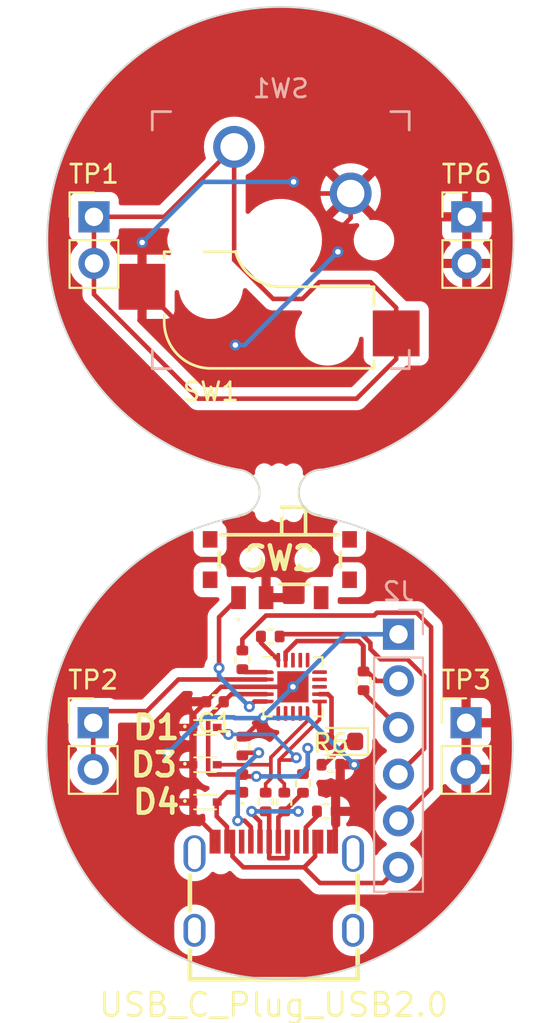
<source format=kicad_pcb>
(kicad_pcb (version 20221018) (generator pcbnew)
  (layers (0 "F.Cu" signal) (31 "B.Cu" signal) (34 "B.Paste" user) (35 "F.Paste" user) (36 "B.SilkS" user "B.Silkscreen") (37 "F.SilkS" user "F.Silkscreen") (38 "B.Mask" user) (39 "F.Mask" user) (44 "Edge.Cuts" user))
  (net 0 "")
  (net 1 "GND")
  (net 2 "/D-")
  (net 3 "+5VP")
  (net 4 "/D+")
  (net 5 "Net-(P1-CC2)")
  (net 6 "Net-(P1-CC1)")
  (net 9 "/PA3")
  (net 10 "/PA4")
  (net 11 "/PA5")
  (net 12 "/PA6")
  (net 13 "/PA7")
  (net 14 "/PB0")
  (net 15 "/PB1")
  (net 16 "/PB2")
  (net 17 "/PB5")
  (net 18 "/PC0")
  (net 19 "/PC1")
  (net 20 "/PC2")
  (net 21 "/PC3")
  (net 22 "/VIN")
  (net 23 "Net-(P1-D+-PadA6)")
  (net 24 "Net-(P1-D--PadA7)")
  (net 25 "/PA2 UART RX")
  (net 26 "/PA0 UPDI")
  (net 27 "/PA1 UART TX")
  (net 28 "Net-(J2-Pin_3)")
  (net 29 "Net-(J2-Pin_4)")
  (net 30 "Net-(D5-K)")
  (net 31 "Net-(J2-Pin_5)")
  (net 32 "Net-(TP1-Pin_1)")
  (net 33 "GND2")
  (footprint "Resistor_SMD:R_0402_1005Metric" (layer "F.Cu") (at 140.46 119.761)
    (fp_text reference "R3" hide)
    (fp_text value "1k")
    (fp_line (start -0.153641 -0.38) (end 0.153641 -0.38) (stroke (width 0.12)) (layer "F.SilkS"))
    (fp_line (start -0.153641 0.38) (end 0.153641 0.38) (stroke (width 0.12)) (layer "F.SilkS"))
    (pad "1" smd roundrect (at -0.51 0) (size 0.54 0.64) (layers "F.Cu" "F.Paste" "F.Mask") (net 27 "/PA1 UART TX"))
    (pad "2" smd roundrect (at 0.51 0) (size 0.54 0.64) (layers "F.Cu" "F.Paste" "F.Mask") (net 29 "Net-(J2-Pin_4)"))
  )
  (footprint "Resistor_SMD:R_0402_1005Metric" (layer "F.Cu") (at 142.24 127.762 -90)
    (fp_text reference "R7" hide)
    (fp_text value "1.5k")
    (fp_line (start -0.153641 -0.38) (end 0.153641 -0.38) (stroke (width 0.12)) (layer "F.SilkS"))
    (fp_line (start -0.153641 0.38) (end 0.153641 0.38) (stroke (width 0.12)) (layer "F.SilkS"))
    (pad "1" smd roundrect (at -0.51 0 270) (size 0.54 0.64) (layers "F.Cu" "F.Paste" "F.Mask") (net 3 "+5VP"))
    (pad "2" smd roundrect (at 0.51 0 270) (size 0.54 0.64) (layers "F.Cu" "F.Paste" "F.Mask") (net 24 "Net-(P1-D--PadA7)"))
  )
  (footprint "Capacitor_SMD:C_0402_1005Metric" (layer "F.Cu") (at 137.442 123.317 180)
    (fp_text reference "C1" (at 0 -1.16) (layer "F.SilkS"))
    (fp_text value "100n")
    (fp_line (start -0.107836 -0.36) (end 0.107836 -0.36) (stroke (width 0.12)) (layer "F.SilkS"))
    (fp_line (start -0.107836 0.36) (end 0.107836 0.36) (stroke (width 0.12)) (layer "F.SilkS"))
    (pad "1" smd roundrect (at -0.48 0 180) (size 0.56 0.62) (layers "F.Cu" "F.Paste" "F.Mask") (net 3 "+5VP"))
    (pad "2" smd roundrect (at 0.48 0 180) (size 0.56 0.62) (layers "F.Cu" "F.Paste" "F.Mask") (net 1 "GND"))
  )
  (footprint "Package_DFN_QFN:VQFN-20-1EP_3x3mm_P0.4mm_EP1.7x1.7mm" (layer "F.Cu") (at 141.694 122.502)
    (fp_text reference "U1" hide)
    (fp_text value "ATtiny416-M")
    (fp_line (start -1.61 1.61) (end -1.61 1.16) (stroke (width 0.12)) (layer "F.SilkS"))
    (fp_line (start -1.16 -1.61) (end -1.61 -1.61) (stroke (width 0.12)) (layer "F.SilkS"))
    (fp_line (start -1.16 1.61) (end -1.61 1.61) (stroke (width 0.12)) (layer "F.SilkS"))
    (fp_line (start 1.16 -1.61) (end 1.61 -1.61) (stroke (width 0.12)) (layer "F.SilkS"))
    (fp_line (start 1.16 1.61) (end 1.61 1.61) (stroke (width 0.12)) (layer "F.SilkS"))
    (fp_line (start 1.61 -1.61) (end 1.61 -1.16) (stroke (width 0.12)) (layer "F.SilkS"))
    (fp_line (start 1.61 1.61) (end 1.61 1.16) (stroke (width 0.12)) (layer "F.SilkS"))
    (pad "1" smd custom (at -1.45 -0.8) (size 0.143431 0.143431) (layers "F.Cu" "F.Paste" "F.Mask") (net 25 "/PA2 UART RX") (options (clearance outline) (anchor circle)) (primitives (gr_poly (pts (xy 0.35 0.000711) (xy 0.35 0.05) (xy -0.35 0.05) (xy -0.35 -0.05) (xy 0.299289 -0.05)) (width 0.1) (fill yes))))
    (pad "2" smd roundrect (at -1.45 -0.4) (size 0.8 0.2) (layers "F.Cu" "F.Paste" "F.Mask") (net 9 "/PA3"))
    (pad "3" smd roundrect (at -1.45 0) (size 0.8 0.2) (layers "F.Cu" "F.Paste" "F.Mask") (net 1 "GND"))
    (pad "4" smd roundrect (at -1.45 0.4) (size 0.8 0.2) (layers "F.Cu" "F.Paste" "F.Mask") (net 3 "+5VP"))
    (pad "5" smd custom (at -1.45 0.8) (size 0.143431 0.143431) (layers "F.Cu" "F.Paste" "F.Mask") (net 10 "/PA4") (options (clearance outline) (anchor circle)) (primitives (gr_poly (pts (xy 0.35 -0.000711) (xy 0.299289 0.05) (xy -0.35 0.05) (xy -0.35 -0.05) (xy 0.35 -0.05)) (width 0.1) (fill yes))))
    (pad "6" smd custom (at -0.8 1.45) (size 0.143431 0.143431) (layers "F.Cu" "F.Paste" "F.Mask") (net 11 "/PA5") (options (clearance outline) (anchor circle)) (primitives (gr_poly (pts (xy 0.05 0.35) (xy -0.05 0.35) (xy -0.05 -0.299289) (xy 0.000711 -0.35) (xy 0.05 -0.35)) (width 0.1) (fill yes))))
    (pad "7" smd roundrect (at -0.4 1.45) (size 0.2 0.8) (layers "F.Cu" "F.Paste" "F.Mask") (net 12 "/PA6"))
    (pad "8" smd roundrect (at 0 1.45) (size 0.2 0.8) (layers "F.Cu" "F.Paste" "F.Mask") (net 13 "/PA7"))
    (pad "9" smd roundrect (at 0.4 1.45) (size 0.2 0.8) (layers "F.Cu" "F.Paste" "F.Mask") (net 17 "/PB5"))
    (pad "10" smd custom (at 0.8 1.45) (size 0.143431 0.143431) (layers "F.Cu" "F.Paste" "F.Mask") (net 4 "/D+") (options (clearance outline) (anchor circle)) (primitives (gr_poly (pts (xy 0.05 -0.299289) (xy 0.05 0.35) (xy -0.05 0.35) (xy -0.05 -0.35) (xy -0.000711 -0.35)) (width 0.1) (fill yes))))
    (pad "11" smd custom (at 1.45 0.8) (size 0.143431 0.143431) (layers "F.Cu" "F.Paste" "F.Mask") (net 2 "/D-") (options (clearance outline) (anchor circle)) (primitives (gr_poly (pts (xy 0.35 0.05) (xy -0.299289 0.05) (xy -0.35 -0.000711) (xy -0.35 -0.05) (xy 0.35 -0.05)) (width 0.1) (fill yes))))
    (pad "12" smd roundrect (at 1.45 0.4) (size 0.8 0.2) (layers "F.Cu" "F.Paste" "F.Mask") (net 16 "/PB2"))
    (pad "13" smd roundrect (at 1.45 0) (size 0.8 0.2) (layers "F.Cu" "F.Paste" "F.Mask") (net 15 "/PB1"))
    (pad "14" smd roundrect (at 1.45 -0.4) (size 0.8 0.2) (layers "F.Cu" "F.Paste" "F.Mask") (net 14 "/PB0"))
    (pad "15" smd custom (at 1.45 -0.8) (size 0.143431 0.143431) (layers "F.Cu" "F.Paste" "F.Mask") (net 18 "/PC0") (options (clearance outline) (anchor circle)) (primitives (gr_poly (pts (xy 0.35 0.05) (xy -0.35 0.05) (xy -0.35 0.000711) (xy -0.299289 -0.05) (xy 0.35 -0.05)) (width 0.1) (fill yes))))
    (pad "16" smd custom (at 0.8 -1.45) (size 0.143431 0.143431) (layers "F.Cu" "F.Paste" "F.Mask") (net 19 "/PC1") (options (clearance outline) (anchor circle)) (primitives (gr_poly (pts (xy 0.05 0.299289) (xy -0.000711 0.35) (xy -0.05 0.35) (xy -0.05 -0.35) (xy 0.05 -0.35)) (width 0.1) (fill yes))))
    (pad "17" smd roundrect (at 0.4 -1.45) (size 0.2 0.8) (layers "F.Cu" "F.Paste" "F.Mask") (net 20 "/PC2"))
    (pad "18" smd roundrect (at 0 -1.45) (size 0.2 0.8) (layers "F.Cu" "F.Paste" "F.Mask") (net 21 "/PC3"))
    (pad "19" smd roundrect (at -0.4 -1.45) (size 0.2 0.8) (layers "F.Cu" "F.Paste" "F.Mask") (net 26 "/PA0 UPDI"))
    (pad "20" smd custom (at -0.8 -1.45) (size 0.143431 0.143431) (layers "F.Cu" "F.Paste" "F.Mask") (net 27 "/PA1 UART TX") (options (clearance outline) (anchor circle)) (primitives (gr_poly (pts (xy 0.05 0.35) (xy 0.000711 0.35) (xy -0.05 0.299289) (xy -0.05 -0.35) (xy 0.05 -0.35)) (width 0.1) (fill yes))))
    (pad "21" smd rect (at 0 0) (size 1.7 1.7) (layers "F.Cu" "F.Mask") (net 1 "GND"))
  )
  (footprint "Resistor_SMD:R_0402_1005Metric" (layer "F.Cu") (at 141.224 128.776 90)
    (fp_text reference "R8" hide)
    (fp_text value "68")
    (fp_line (start -0.153641 -0.38) (end 0.153641 -0.38) (stroke (width 0.12)) (layer "F.SilkS"))
    (fp_line (start -0.153641 0.38) (end 0.153641 0.38) (stroke (width 0.12)) (layer "F.SilkS"))
    (pad "1" smd roundrect (at -0.51 0 90) (size 0.54 0.64) (layers "F.Cu" "F.Paste" "F.Mask") (net 24 "Net-(P1-D--PadA7)"))
    (pad "2" smd roundrect (at 0.51 0 90) (size 0.54 0.64) (layers "F.Cu" "F.Paste" "F.Mask") (net 2 "/D-"))
  )
  (footprint "panelization:mouse-bite-2.54mm-slot" (layer "F.Cu") (at 140.932 111.93)
    (fp_text reference "H2" hide)
    (fp_text value "MountingHole" hide)
    (fp_arc (start -2.33 -1.27) (mid -1.06 0) (end -2.33 1.27) (stroke (width 0.1)) (layer "F.SilkS"))
    (fp_arc (start 2.33 1.27) (mid 1.06 0) (end 2.33 -1.27) (stroke (width 0.1)) (layer "F.SilkS"))
    (pad "" np_thru_hole circle (at -0.8 -1.1) (size 0.5 0.5) (drill 0.5) (layers "*.Cu" "*.Mask"))
    (pad "" np_thru_hole circle (at -0.8 1.1) (size 0.5 0.5) (drill 0.5) (layers "*.Cu" "*.Mask"))
    (pad "" np_thru_hole circle (at 0 -1.1) (size 0.5 0.5) (drill 0.5) (layers "F&B.Cu" "*.Mask"))
    (pad "" np_thru_hole circle (at 0 1.1) (size 0.5 0.5) (drill 0.5) (layers "*.Cu" "*.Mask"))
    (pad "" np_thru_hole circle (at 0.8 -1.1) (size 0.5 0.5) (drill 0.5) (layers "*.Cu" "*.Mask"))
    (pad "" np_thru_hole circle (at 0.8 1.1) (size 0.5 0.5) (drill 0.5) (layers "*.Cu" "*.Mask"))
  )
  (footprint "Diode_SMD:D_0402_1005Metric" (layer "F.Cu") (at 138.938 127.762 90)
    (fp_text reference "D2" hide)
    (fp_text value "D_Schottky")
    (fp_circle (center -1.09 0) (end -1.04 0) (stroke (width 0.1)) (fill none) (layer "F.SilkS"))
    (pad "1" smd roundrect (at -0.485 0 90) (size 0.59 0.64) (layers "F.Cu" "F.Paste" "F.Mask") (net 22 "/VIN"))
    (pad "2" smd roundrect (at 0.485 0 90) (size 0.59 0.64) (layers "F.Cu" "F.Paste" "F.Mask") (net 3 "+5VP"))
  )
  (footprint "Resistor_SMD:R_0402_1005Metric" (layer "F.Cu") (at 143.762 126.746)
    (fp_text reference "R6" (at 0 -1.17) (layer "F.SilkS"))
    (fp_text value "500")
    (fp_line (start -0.153641 -0.38) (end 0.153641 -0.38) (stroke (width 0.12)) (layer "F.SilkS"))
    (fp_line (start -0.153641 0.38) (end 0.153641 0.38) (stroke (width 0.12)) (layer "F.SilkS"))
    (pad "1" smd roundrect (at -0.51 0) (size 0.54 0.64) (layers "F.Cu" "F.Paste" "F.Mask") (net 30 "Net-(D5-K)"))
    (pad "2" smd roundrect (at 0.51 0) (size 0.54 0.64) (layers "F.Cu" "F.Paste" "F.Mask") (net 1 "GND"))
  )
  (footprint "SamacSys:LESD5D50CT1G" (layer "F.Cu") (at 136.906 126.746)
    (fp_text reference "D3" (at -2.794 0) (layer "F.SilkS") (effects (font (size 1.27 1.27) (thickness 0.254))))
    (fp_text value "LESD5D5.0CT1G" hide)
    (fp_line (start -1.1 -0.1) (end -1.1 -0.1) (stroke (width 0.1)) (layer "F.SilkS"))
    (fp_line (start -1.1 0) (end -1.1 0) (stroke (width 0.1)) (layer "F.SilkS"))
    (fp_line (start -0.6 -0.4) (end 0.6 -0.4) (stroke (width 0.1)) (layer "F.SilkS"))
    (fp_line (start -0.6 0.4) (end 0.6 0.4) (stroke (width 0.1)) (layer "F.SilkS"))
    (fp_arc (start -1.1 -0.1) (mid -1.05 -0.05) (end -1.1 0) (stroke (width 0.1)) (layer "F.SilkS"))
    (fp_arc (start -1.1 0) (mid -1.15 -0.05) (end -1.1 -0.1) (stroke (width 0.1)) (layer "F.SilkS"))
    (pad "1" smd rect (at -0.66 0 90) (size 0.4 0.48) (layers "F.Cu" "F.Paste" "F.Mask") (net 1 "GND"))
    (pad "2" smd rect (at 0.66 0 90) (size 0.4 0.48) (layers "F.Cu" "F.Paste" "F.Mask") (net 4 "/D+"))
  )
  (footprint "Resistor_SMD:R_0402_1005Metric" (layer "F.Cu") (at 140.208 128.776 90)
    (fp_text reference "R9" hide)
    (fp_text value "68")
    (fp_line (start -0.153641 -0.38) (end 0.153641 -0.38) (stroke (width 0.12)) (layer "F.SilkS"))
    (fp_line (start -0.153641 0.38) (end 0.153641 0.38) (stroke (width 0.12)) (layer "F.SilkS"))
    (pad "1" smd roundrect (at -0.51 0 90) (size 0.54 0.64) (layers "F.Cu" "F.Paste" "F.Mask") (net 23 "Net-(P1-D+-PadA6)"))
    (pad "2" smd roundrect (at 0.51 0 90) (size 0.54 0.64) (layers "F.Cu" "F.Paste" "F.Mask") (net 4 "/D+"))
  )
  (footprint "Resistor_SMD:R_0402_1005Metric" (layer "F.Cu") (at 138.938 121.033 90)
    (fp_text reference "R4" hide)
    (fp_text value "1k")
    (fp_line (start -0.153641 -0.38) (end 0.153641 -0.38) (stroke (width 0.12)) (layer "F.SilkS"))
    (fp_line (start -0.153641 0.38) (end 0.153641 0.38) (stroke (width 0.12)) (layer "F.SilkS"))
    (pad "1" smd roundrect (at -0.51 0 90) (size 0.54 0.64) (layers "F.Cu" "F.Paste" "F.Mask") (net 25 "/PA2 UART RX"))
    (pad "2" smd roundrect (at 0.51 0 90) (size 0.54 0.64) (layers "F.Cu" "F.Paste" "F.Mask") (net 31 "Net-(J2-Pin_5)"))
  )
  (footprint "Connector_PinHeader_2.54mm:PinHeader_1x02_P2.54mm_Vertical" (layer "F.Cu") (at 151.17 96.901)
    (fp_text reference "TP6" (at 0 -2.33) (layer "F.SilkS"))
    (fp_text value "TestPoint")
    (fp_line (start -1.33 -1.33) (end 0 -1.33) (stroke (width 0.12)) (layer "F.SilkS"))
    (fp_line (start -1.33 0) (end -1.33 -1.33) (stroke (width 0.12)) (layer "F.SilkS"))
    (fp_line (start -1.33 1.27) (end -1.33 3.87) (stroke (width 0.12)) (layer "F.SilkS"))
    (fp_line (start -1.33 1.27) (end 1.33 1.27) (stroke (width 0.12)) (layer "F.SilkS"))
    (fp_line (start -1.33 3.87) (end 1.33 3.87) (stroke (width 0.12)) (layer "F.SilkS"))
    (fp_line (start 1.33 1.27) (end 1.33 3.87) (stroke (width 0.12)) (layer "F.SilkS"))
    (pad "1" thru_hole rect (at 0 0) (size 1.7 1.7) (drill 1) (layers "*.Cu" "*.Mask") (net 33 "GND2"))
    (pad "2" thru_hole oval (at 0 2.54) (size 1.7 1.7) (drill 1) (layers "*.Cu" "*.Mask") (net 33 "GND2"))
  )
  (footprint "Connector_PinHeader_2.54mm:PinHeader_1x02_P2.54mm_Vertical" (layer "F.Cu") (at 130.85 96.901)
    (fp_text reference "TP1" (at 0 -2.33) (layer "F.SilkS"))
    (fp_text value "TestPoint")
    (fp_line (start -1.33 -1.33) (end 0 -1.33) (stroke (width 0.12)) (layer "F.SilkS"))
    (fp_line (start -1.33 0) (end -1.33 -1.33) (stroke (width 0.12)) (layer "F.SilkS"))
    (fp_line (start -1.33 1.27) (end -1.33 3.87) (stroke (width 0.12)) (layer "F.SilkS"))
    (fp_line (start -1.33 1.27) (end 1.33 1.27) (stroke (width 0.12)) (layer "F.SilkS"))
    (fp_line (start -1.33 3.87) (end 1.33 3.87) (stroke (width 0.12)) (layer "F.SilkS"))
    (fp_line (start 1.33 1.27) (end 1.33 3.87) (stroke (width 0.12)) (layer "F.SilkS"))
    (pad "1" thru_hole rect (at 0 0) (size 1.7 1.7) (drill 1) (layers "*.Cu" "*.Mask") (net 32 "Net-(TP1-Pin_1)"))
    (pad "2" thru_hole oval (at 0 2.54) (size 1.7 1.7) (drill 1) (layers "*.Cu" "*.Mask") (net 32 "Net-(TP1-Pin_1)"))
  )
  (footprint "LED_SMD:LED_0603_1608Metric" (layer "F.Cu") (at 144.2975 125.476 180)
    (fp_text reference "D5" hide)
    (fp_text value "LED")
    (fp_line (start -1.485 -0.735) (end -1.485 0.735) (stroke (width 0.12)) (layer "F.SilkS"))
    (fp_line (start -1.485 0.735) (end 0.8 0.735) (stroke (width 0.12)) (layer "F.SilkS"))
    (fp_line (start 0.8 -0.735) (end -1.485 -0.735) (stroke (width 0.12)) (layer "F.SilkS"))
    (pad "1" smd roundrect (at -0.7875 0 180) (size 0.875 0.95) (layers "F.Cu" "F.Paste" "F.Mask") (net 30 "Net-(D5-K)"))
    (pad "2" smd roundrect (at 0.7875 0 180) (size 0.875 0.95) (layers "F.Cu" "F.Paste" "F.Mask") (net 16 "/PB2"))
  )
  (footprint "Connector_PinHeader_2.54mm:PinHeader_1x02_P2.54mm_Vertical" (layer "F.Cu") (at 130.81 124.46)
    (fp_text reference "TP2" (at 0 -2.33) (layer "F.SilkS"))
    (fp_text value "TestPoint")
    (fp_line (start -1.33 -1.33) (end 0 -1.33) (stroke (width 0.12)) (layer "F.SilkS"))
    (fp_line (start -1.33 0) (end -1.33 -1.33) (stroke (width 0.12)) (layer "F.SilkS"))
    (fp_line (start -1.33 1.27) (end -1.33 3.87) (stroke (width 0.12)) (layer "F.SilkS"))
    (fp_line (start -1.33 1.27) (end 1.33 1.27) (stroke (width 0.12)) (layer "F.SilkS"))
    (fp_line (start -1.33 3.87) (end 1.33 3.87) (stroke (width 0.12)) (layer "F.SilkS"))
    (fp_line (start 1.33 1.27) (end 1.33 3.87) (stroke (width 0.12)) (layer "F.SilkS"))
    (pad "1" thru_hole rect (at 0 0) (size 1.7 1.7) (drill 1) (layers "*.Cu" "*.Mask") (net 9 "/PA3"))
    (pad "2" thru_hole oval (at 0 2.54) (size 1.7 1.7) (drill 1) (layers "*.Cu" "*.Mask") (net 9 "/PA3"))
  )
  (footprint "Resistor_SMD:R_0402_1005Metric" (layer "F.Cu") (at 138.938 125.728 -90)
    (fp_text reference "R2" hide)
    (fp_text value "5.1k")
    (fp_line (start -0.153641 -0.38) (end 0.153641 -0.38) (stroke (width 0.12)) (layer "F.SilkS"))
    (fp_line (start -0.153641 0.38) (end 0.153641 0.38) (stroke (width 0.12)) (layer "F.SilkS"))
    (pad "1" smd roundrect (at -0.51 0 270) (size 0.54 0.64) (layers "F.Cu" "F.Paste" "F.Mask") (net 1 "GND"))
    (pad "2" smd roundrect (at 0.51 0 270) (size 0.54 0.64) (layers "F.Cu" "F.Paste" "F.Mask") (net 6 "Net-(P1-CC1)"))
  )
  (footprint "Connector_PinHeader_2.54mm:PinHeader_1x02_P2.54mm_Vertical" (layer "F.Cu") (at 151.13 124.46)
    (fp_text reference "TP3" (at 0 -2.33) (layer "F.SilkS"))
    (fp_text value "TestPoint")
    (fp_line (start -1.33 -1.33) (end 0 -1.33) (stroke (width 0.12)) (layer "F.SilkS"))
    (fp_line (start -1.33 0) (end -1.33 -1.33) (stroke (width 0.12)) (layer "F.SilkS"))
    (fp_line (start -1.33 1.27) (end -1.33 3.87) (stroke (width 0.12)) (layer "F.SilkS"))
    (fp_line (start -1.33 1.27) (end 1.33 1.27) (stroke (width 0.12)) (layer "F.SilkS"))
    (fp_line (start -1.33 3.87) (end 1.33 3.87) (stroke (width 0.12)) (layer "F.SilkS"))
    (fp_line (start 1.33 1.27) (end 1.33 3.87) (stroke (width 0.12)) (layer "F.SilkS"))
    (pad "1" thru_hole rect (at 0 0) (size 1.7 1.7) (drill 1) (layers "*.Cu" "*.Mask") (net 1 "GND"))
    (pad "2" thru_hole oval (at 0 2.54) (size 1.7 1.7) (drill 1) (layers "*.Cu" "*.Mask") (net 1 "GND"))
  )
  (footprint "SamacSys:TA3524AA" (layer "F.Cu") (at 140.98 115.57)
    (fp_text reference "SW2" (at 0 -0.075) (layer "F.SilkS") (effects (font (size 1.27 1.27) (thickness 0.254))))
    (fp_text value "SW_SPST" hide)
    (fp_line (start -3.3 -0.4) (end -3.3 0.4) (stroke (width 0.2)) (layer "F.SilkS"))
    (fp_line (start -3.2 -1.35) (end 3.2 -1.35) (stroke (width 0.2)) (layer "F.SilkS"))
    (fp_line (start -2.25 3.212) (end -2.25 3.212) (stroke (width 0.1)) (layer "F.SilkS"))
    (fp_line (start -2.25 3.312) (end -2.25 3.312) (stroke (width 0.1)) (layer "F.SilkS"))
    (fp_line (start 0 1.35) (end 1.6 1.35) (stroke (width 0.2)) (layer "F.SilkS"))
    (fp_line (start 0.1 -2.85) (end 1.4 -2.85) (stroke (width 0.2)) (layer "F.SilkS"))
    (fp_line (start 0.1 -1.4) (end 0.1 -2.85) (stroke (width 0.2)) (layer "F.SilkS"))
    (fp_line (start 1.4 -2.85) (end 1.4 -1.35) (stroke (width 0.2)) (layer "F.SilkS"))
    (fp_line (start 3.3 -0.4) (end 3.3 0.4) (stroke (width 0.2)) (layer "F.SilkS"))
    (fp_arc (start -2.25 3.212) (mid -2.2 3.262) (end -2.25 3.312) (stroke (width 0.1)) (layer "F.SilkS"))
    (fp_arc (start -2.25 3.312) (mid -2.3 3.262) (end -2.25 3.212) (stroke (width 0.1)) (layer "F.SilkS"))
    (pad "" np_thru_hole circle (at -1.5 0) (size 0.9 0.9) (drill 0.9) (layers "*.Cu" "*.Mask"))
    (pad "" np_thru_hole circle (at 1.5 0) (size 0.9 0.9) (drill 0.9) (layers "*.Cu" "*.Mask"))
    (pad "1" smd rect (at -2.25 2.075) (size 0.8 1.25) (layers "F.Cu" "F.Paste" "F.Mask") (net 10 "/PA4"))
    (pad "2" smd rect (at -0.75 2.075) (size 0.8 1.25) (layers "F.Cu" "F.Paste" "F.Mask") (net 1 "GND"))
    (pad "3" smd rect (at 2.25 2.075) (size 0.8 1.25) (layers "F.Cu" "F.Paste" "F.Mask"))
    (pad "MP1" smd rect (at -3.8 1.1) (size 0.8 0.9) (layers "F.Cu" "F.Paste" "F.Mask"))
    (pad "MP2" smd rect (at 3.8 1.1) (size 0.8 0.9) (layers "F.Cu" "F.Paste" "F.Mask"))
    (pad "MP3" smd rect (at -3.8 -1.1) (size 0.8 0.9) (layers "F.Cu" "F.Paste" "F.Mask"))
    (pad "MP4" smd rect (at 3.8 -1.1) (size 0.8 0.9) (layers "F.Cu" "F.Paste" "F.Mask"))
  )
  (footprint "SamacSys:LESD5D50CT1G" (layer "F.Cu") (at 136.906 128.778)
    (fp_text reference "D4" (at -2.667 0) (layer "F.SilkS") (effects (font (size 1.27 1.27) (thickness 0.254))))
    (fp_text value "LESD5D5.0CT1G" hide)
    (fp_line (start -1.1 -0.1) (end -1.1 -0.1) (stroke (width 0.1)) (layer "F.SilkS"))
    (fp_line (start -1.1 0) (end -1.1 0) (stroke (width 0.1)) (layer "F.SilkS"))
    (fp_line (start -0.6 -0.4) (end 0.6 -0.4) (stroke (width 0.1)) (layer "F.SilkS"))
    (fp_line (start -0.6 0.4) (end 0.6 0.4) (stroke (width 0.1)) (layer "F.SilkS"))
    (fp_arc (start -1.1 -0.1) (mid -1.05 -0.05) (end -1.1 0) (stroke (width 0.1)) (layer "F.SilkS"))
    (fp_arc (start -1.1 0) (mid -1.15 -0.05) (end -1.1 -0.1) (stroke (width 0.1)) (layer "F.SilkS"))
    (pad "1" smd rect (at -0.66 0 90) (size 0.4 0.48) (layers "F.Cu" "F.Paste" "F.Mask") (net 1 "GND"))
    (pad "2" smd rect (at 0.66 0 90) (size 0.4 0.48) (layers "F.Cu" "F.Paste" "F.Mask") (net 22 "/VIN"))
  )
  (footprint "Resistor_SMD:R_0402_1005Metric" (layer "F.Cu") (at 143.512 129.286 180)
    (fp_text reference "R1" hide)
    (fp_text value "5.1k")
    (fp_line (start -0.153641 -0.38) (end 0.153641 -0.38) (stroke (width 0.12)) (layer "F.SilkS"))
    (fp_line (start -0.153641 0.38) (end 0.153641 0.38) (stroke (width 0.12)) (layer "F.SilkS"))
    (pad "1" smd roundrect (at -0.51 0 180) (size 0.54 0.64) (layers "F.Cu" "F.Paste" "F.Mask") (net 1 "GND"))
    (pad "2" smd roundrect (at 0.51 0 180) (size 0.54 0.64) (layers "F.Cu" "F.Paste" "F.Mask") (net 5 "Net-(P1-CC2)"))
  )
  (footprint "usbc:USB-C-SMD_KH-TYPE-C-16P" (layer "F.Cu") (at 140.65 133.35)
    (fp_text reference "P1" hide)
    (fp_text value "USB_C_Plug_USB2.0" (at 0 6.477) (layer "F.SilkS") (effects (font (size 1.27 1.27))))
    (fp_line (start -4.572 -0.573) (end -4.572 1.323) (stroke (width 0.254)) (layer "F.SilkS"))
    (fp_line (start -4.572 3.507) (end -4.572 5.08) (stroke (width 0.254)) (layer "F.SilkS"))
    (fp_line (start -4.572 5.08) (end 4.572 5.08) (stroke (width 0.254)) (layer "F.SilkS"))
    (fp_line (start 4.572 1.323) (end 4.572 -0.573) (stroke (width 0.254)) (layer "F.SilkS"))
    (fp_line (start 4.572 5.08) (end 4.572 3.507) (stroke (width 0.254)) (layer "F.SilkS"))
    (pad "" np_thru_hole circle (at -2.89 -1.235) (size 0.7 0.7) (drill 0.7) (layers "*.Cu" "*.Mask"))
    (pad "" np_thru_hole circle (at 2.89 -1.235) (size 0.7 0.7) (drill 0.7) (layers "*.Cu" "*.Mask"))
    (pad "1" thru_hole oval (at -4.32 -1.765) (size 1.2 2) (drill oval 0.7 1.7) (layers "*.Cu" "*.Paste" "*.Mask"))
    (pad "2" thru_hole oval (at 4.32 -1.765) (size 1.2 2) (drill oval 0.7 1.7) (layers "*.Cu" "*.Paste" "*.Mask"))
    (pad "3" thru_hole oval (at -4.32 2.415) (size 1.2 1.8) (drill oval 0.7 1.4) (layers "*.Cu" "*.Paste" "*.Mask"))
    (pad "4" thru_hole oval (at 4.32 2.415) (size 1.2 1.8) (drill oval 0.7 1.4) (layers "*.Cu" "*.Paste" "*.Mask"))
    (pad "A1" smd rect (at -3.35 -2.415) (size 0.3 1.3) (layers "F.Cu" "F.Paste" "F.Mask") (net 1 "GND"))
    (pad "A4" smd rect (at -2.55 -2.415) (size 0.3 1.3) (layers "F.Cu" "F.Paste" "F.Mask") (net 22 "/VIN"))
    (pad "A5" smd rect (at -1.25 -2.415) (size 0.3 1.3) (layers "F.Cu" "F.Paste" "F.Mask") (net 6 "Net-(P1-CC1)"))
    (pad "A6" smd rect (at -0.25 -2.415) (size 0.3 1.3) (layers "F.Cu" "F.Paste" "F.Mask") (net 23 "Net-(P1-D+-PadA6)"))
    (pad "A7" smd rect (at 0.25 -2.415) (size 0.3 1.3) (layers "F.Cu" "F.Paste" "F.Mask") (net 24 "Net-(P1-D--PadA7)"))
    (pad "A8" smd rect (at 1.25 -2.415) (size 0.3 1.3) (layers "F.Cu" "F.Paste" "F.Mask"))
    (pad "A9" smd rect (at 2.55 -2.415) (size 0.3 1.3) (layers "F.Cu" "F.Paste" "F.Mask") (net 22 "/VIN"))
    (pad "A12" smd rect (at 3.35 -2.415) (size 0.3 1.3) (layers "F.Cu" "F.Paste" "F.Mask") (net 1 "GND"))
    (pad "B1" smd rect (at 3.05 -2.415) (size 0.3 1.3) (layers "F.Cu" "F.Paste" "F.Mask") (net 1 "GND"))
    (pad "B4" smd rect (at 2.25 -2.415) (size 0.3 1.3) (layers "F.Cu" "F.Paste" "F.Mask") (net 22 "/VIN"))
    (pad "B5" smd rect (at 1.75 -2.415) (size 0.3 1.3) (layers "F.Cu" "F.Paste" "F.Mask") (net 5 "Net-(P1-CC2)"))
    (pad "B6" smd rect (at 0.75 -2.415) (size 0.3 1.3) (layers "F.Cu" "F.Paste" "F.Mask") (net 23 "Net-(P1-D+-PadA6)"))
    (pad "B7" smd rect (at -0.75 -2.415) (size 0.3 1.3) (layers "F.Cu" "F.Paste" "F.Mask") (net 24 "Net-(P1-D--PadA7)"))
    (pad "B8" smd rect (at -1.75 -2.415) (size 0.3 1.3) (layers "F.Cu" "F.Paste" "F.Mask"))
    (pad "B9" smd rect (at -2.25 -2.415) (size 0.3 1.3) (layers "F.Cu" "F.Paste" "F.Mask") (net 22 "/VIN"))
    (pad "B12" smd rect (at -3.05 -2.415) (size 0.3 1.3) (layers "F.Cu" "F.Paste" "F.Mask") (net 1 "GND"))
  )
  (footprint "SamacSys:LESD5D50CT1G" (layer "F.Cu") (at 136.906 124.714)
    (fp_text reference "D1" (at -2.667 0) (layer "F.SilkS") (effects (font (size 1.27 1.27) (thickness 0.254))))
    (fp_text value "LESD5D5.0CT1G" hide)
    (fp_line (start -1.1 -0.1) (end -1.1 -0.1) (stroke (width 0.1)) (layer "F.SilkS"))
    (fp_line (start -1.1 0) (end -1.1 0) (stroke (width 0.1)) (layer "F.SilkS"))
    (fp_line (start -0.6 -0.4) (end 0.6 -0.4) (stroke (width 0.1)) (layer "F.SilkS"))
    (fp_line (start -0.6 0.4) (end 0.6 0.4) (stroke (width 0.1)) (layer "F.SilkS"))
    (fp_arc (start -1.1 -0.1) (mid -1.05 -0.05) (end -1.1 0) (stroke (width 0.1)) (layer "F.SilkS"))
    (fp_arc (start -1.1 0) (mid -1.15 -0.05) (end -1.1 -0.1) (stroke (width 0.1)) (layer "F.SilkS"))
    (pad "1" smd rect (at -0.66 0 90) (size 0.4 0.48) (layers "F.Cu" "F.Paste" "F.Mask") (net 1 "GND"))
    (pad "2" smd rect (at 0.66 0 90) (size 0.4 0.48) (layers "F.Cu" "F.Paste" "F.Mask") (net 2 "/D-"))
  )
  (footprint "Resistor_SMD:R_0402_1005Metric" (layer "F.Cu") (at 145.542 122.176 -90)
    (fp_text reference "R5" hide)
    (fp_text value "4.7k")
    (fp_line (start -0.153641 -0.38) (end 0.153641 -0.38) (stroke (width 0.12)) (layer "F.SilkS"))
    (fp_line (start -0.153641 0.38) (end 0.153641 0.38) (stroke (width 0.12)) (layer "F.SilkS"))
    (pad "1" smd roundrect (at -0.51 0 270) (size 0.54 0.64) (layers "F.Cu" "F.Paste" "F.Mask") (net 26 "/PA0 UPDI"))
    (pad "2" smd roundrect (at 0.51 0 270) (size 0.54 0.64) (layers "F.Cu" "F.Paste" "F.Mask") (net 28 "Net-(J2-Pin_3)"))
  )
  (footprint "keyswitches:Kailh_socket_MX_optional" (layer "B.Cu") (at 141.03 98.171 180)
    (fp_text reference "SW1" (at 0 8.255) (layer "B.SilkS") (effects (justify mirror)))
    (fp_text value "SW_Push")
    (fp_text user "${REFERENCE}" (at 3.81 -8.255) (layer "F.SilkS"))
    (fp_line (start -7 -7) (end -7 -6) (stroke (width 0.15)) (layer "B.SilkS"))
    (fp_line (start -7 -7) (end -6 -7) (stroke (width 0.15)) (layer "B.SilkS"))
    (fp_line (start -7 6) (end -7 7) (stroke (width 0.15)) (layer "B.SilkS"))
    (fp_line (start -6 7) (end -7 7) (stroke (width 0.15)) (layer "B.SilkS"))
    (fp_line (start 6 -7) (end 7 -7) (stroke (width 0.15)) (layer "B.SilkS"))
    (fp_line (start 7 -6) (end 7 -7) (stroke (width 0.15)) (layer "B.SilkS"))
    (fp_line (start 7 7) (end 6 7) (stroke (width 0.15)) (layer "B.SilkS"))
    (fp_line (start 7 7) (end 7 6) (stroke (width 0.15)) (layer "B.SilkS"))
    (fp_line (start -5.08 -6.985) (end 3.81 -6.985) (stroke (width 0.15)) (layer "F.SilkS"))
    (fp_line (start -5.08 -6.604) (end -5.08 -6.985) (stroke (width 0.15)) (layer "F.SilkS"))
    (fp_line (start -5.08 -2.54) (end -5.08 -3.556) (stroke (width 0.15)) (layer "F.SilkS"))
    (fp_line (start 0 -2.54) (end -5.08 -2.54) (stroke (width 0.15)) (layer "F.SilkS"))
    (fp_line (start 4.191 -0.635) (end 2.54 -0.635) (stroke (width 0.15)) (layer "F.SilkS"))
    (fp_line (start 6.35 -4.445) (end 6.35 -4.064) (stroke (width 0.15)) (layer "F.SilkS"))
    (fp_line (start 6.35 -1.016) (end 6.35 -0.635) (stroke (width 0.15)) (layer "F.SilkS"))
    (fp_line (start 6.35 -0.635) (end 5.969 -0.635) (stroke (width 0.15)) (layer "F.SilkS"))
    (fp_arc (start 0 -2.54) (mid 1.563147 -2.002042) (end 2.464162 -0.61604) (stroke (width 0.15)) (layer "F.SilkS"))
    (fp_arc (start 3.81 -6.985) (mid 5.606051 -6.241051) (end 6.35 -4.445) (stroke (width 0.15)) (layer "F.SilkS"))
    (pad "" np_thru_hole circle (at -5.08 0 180) (size 1.7018 1.7018) (drill 1.7018) (layers "*.Cu" "*.Mask"))
    (pad "" np_thru_hole circle (at -2.54 -5.08 180) (size 3 3) (drill 3) (layers "*.Cu" "*.Mask"))
    (pad "" np_thru_hole circle (at 0 0 180) (size 3.9878 3.9878) (drill 3.9878) (layers "*.Cu" "*.Mask"))
    (pad "" np_thru_hole circle (at 3.81 -2.54 180) (size 3 3) (drill 3) (layers "*.Cu" "*.Mask"))
    (pad "" np_thru_hole circle (at 5.08 0 180) (size 1.7018 1.7018) (drill 1.7018) (layers "*.Cu" "*.Mask"))
    (pad "1" smd rect (at -6.29 -5.08 180) (size 2.55 2.5) (layers "F.Cu" "F.Paste" "F.Mask") (net 32 "Net-(TP1-Pin_1)"))
    (pad "1" thru_hole circle (at 2.54 5.08 180) (size 2.286 2.286) (drill 1.4986) (layers "*.Cu" "*.Mask") (net 32 "Net-(TP1-Pin_1)"))
    (pad "2" thru_hole circle (at -3.81 2.54 180) (size 2.286 2.286) (drill 1.4986) (layers "*.Cu" "*.Mask") (net 33 "GND2"))
    (pad "2" smd rect (at 7.56 -2.54 180) (size 2.55 2.5) (layers "F.Cu" "F.Paste" "F.Mask") (net 33 "GND2"))
  )
  (footprint "Connector_PinHeader_2.54mm:PinHeader_1x06_P2.54mm_Vertical" (layer "B.Cu") (at 147.447 119.639 180)
    (fp_text reference "J2" (at 0 2.33) (layer "B.SilkS") (effects (justify mirror)))
    (fp_text value "Conn_01x05")
    (fp_line (start -1.33 -14.03) (end 1.33 -14.03) (stroke (width 0.12)) (layer "B.SilkS"))
    (fp_line (start -1.33 -1.27) (end -1.33 -14.03) (stroke (width 0.12)) (layer "B.SilkS"))
    (fp_line (start -1.33 -1.27) (end 1.33 -1.27) (stroke (width 0.12)) (layer "B.SilkS"))
    (fp_line (start -1.33 0) (end -1.33 1.33) (stroke (width 0.12)) (layer "B.SilkS"))
    (fp_line (start -1.33 1.33) (end 0 1.33) (stroke (width 0.12)) (layer "B.SilkS"))
    (fp_line (start 1.33 -1.27) (end 1.33 -14.03) (stroke (width 0.12)) (layer "B.SilkS"))
    (pad "1" thru_hole rect (at 0 0 180) (size 1.7 1.7) (drill 1) (layers "*.Cu" "*.Mask") (net 1 "GND"))
    (pad "2" thru_hole oval (at 0 -2.54 180) (size 1.7 1.7) (drill 1) (layers "*.Cu" "*.Mask") (net 26 "/PA0 UPDI"))
    (pad "3" thru_hole oval (at 0 -5.08 180) (size 1.7 1.7) (drill 1) (layers "*.Cu" "*.Mask") (net 28 "Net-(J2-Pin_3)"))
    (pad "4" thru_hole oval (at 0 -7.62 180) (size 1.7 1.7) (drill 1) (layers "*.Cu" "*.Mask") (net 29 "Net-(J2-Pin_4)"))
    (pad "5" thru_hole oval (at 0 -10.16 180) (size 1.7 1.7) (drill 1) (layers "*.Cu" "*.Mask") (net 31 "Net-(J2-Pin_5)"))
    (pad "6" thru_hole oval (at 0 -12.7 180) (size 1.7 1.7) (drill 1) (layers "*.Cu" "*.Mask") (net 22 "/VIN"))
  )
  (gr_arc (start 138.800347 110.677297) (mid 139.879361 111.934753) (end 138.755945 113.152703) (stroke (width 0.1)) (layer "Edge.Cuts"))
  (gr_arc (start 153.67 125.73) (mid 140.97 138.43) (end 128.27 125.73) (stroke (width 0.1)) (layer "Edge.Cuts"))
  (gr_arc (start 153.71 98.171) (mid 150.740836 106.331933) (end 143.22168 110.676937) (stroke (width 0.1)) (layer "Edge.Cuts"))
  (gr_arc (start 143.177074 113.223249) (mid 150.699333 117.567275) (end 153.67 125.73) (stroke (width 0.1)) (layer "Edge.Cuts"))
  (gr_arc (start 143.181719 113.146105) (mid 142.020223 111.8924) (end 143.22168 110.676938) (stroke (width 0.1)) (layer "Edge.Cuts"))
  (gr_arc (start 138.800347 110.677296) (mid 131.279825 106.332722) (end 128.31 98.171) (stroke (width 0.1)) (layer "Edge.Cuts"))
  (gr_arc (start 128.31 98.171) (mid 141.01 85.471) (end 153.71 98.171) (stroke (width 0.1)) (layer "Edge.Cuts"))
  (gr_arc (start 128.27 125.73) (mid 131.240667 117.567275) (end 138.762926 113.223249) (stroke (width 0.1)) (layer "Edge.Cuts"))
  (gr_line (start 143.177074 113.223249) (end 143.181719 113.146105) (stroke (width 0.1)) (layer "Edge.Cuts"))
  (gr_line (start 138.762926 113.223249) (end 138.755945 113.152703) (stroke (width 0.1)) (layer "Edge.Cuts"))
  (segment (start 144 129.308) (end 144.022 129.286) (width 0.25) (layer "F.Cu") (net 1))
  (segment (start 139.059657 125.218) (end 140.082823 124.194834) (width 0.25) (layer "F.Cu") (net 1))
  (segment (start 137.777 122.502) (end 140.244 122.502) (width 0.25) (layer "F.Cu") (net 1))
  (segment (start 144 130.935) (end 144 129.308) (width 0.25) (layer "F.Cu") (net 1))
  (segment (start 137.6 130.935) (end 137.539 130.935) (width 0.25) (layer "F.Cu") (net 1))
  (segment (start 136.246 129.381) (end 136.246 128.778) (width 0.25) (layer "F.Cu") (net 1))
  (segment (start 144.272 126.746) (end 145.034 126.746) (width 0.25) (layer "F.Cu") (net 1))
  (segment (start 138.938 125.218) (end 139.059657 125.218) (width 0.25) (layer "F.Cu") (net 1))
  (segment (start 137.3 130.435) (end 136.246 129.381) (width 0.25) (layer "F.Cu") (net 1))
  (segment (start 136.246 124.033) (end 136.246 124.714) (width 0.25) (layer "F.Cu") (net 1))
  (segment (start 140.244 122.502) (end 141.694 122.502) (width 0.25) (layer "F.Cu") (net 1))
  (segment (start 136.962 123.317) (end 136.246 124.033) (width 0.25) (layer "F.Cu") (net 1))
  (segment (start 137.3 130.935) (end 137.3 130.435) (width 0.25) (layer "F.Cu") (net 1))
  (segment (start 137.6 130.935) (end 137.3 130.935) (width 0.25) (layer "F.Cu") (net 1))
  (segment (start 141.694 122.502) (end 141.694029 122.502029) (width 0.25) (layer "F.Cu") (net 1))
  (segment (start 136.962 123.317) (end 137.777 122.502) (width 0.25) (layer "F.Cu") (net 1))
  (via (at 145.034 126.746) (size 0.6) (drill 0.3) (layers "F.Cu" "B.Cu") (net 1))
  (via (at 140.082823 124.194834) (size 0.6) (drill 0.3) (layers "F.Cu" "B.Cu") (net 1))
  (via (at 141.694029 122.502029) (size 0.6) (drill 0.3) (layers "F.Cu" "B.Cu") (net 1))
  (via (at 134.874 126.111) (size 0.6) (drill 0.3) (layers "F.Cu" "B.Cu") (net 1))
  (segment (start 144.557058 119.639) (end 141.694029 122.502029) (width 0.25) (layer "B.Cu") (net 1))
  (segment (start 141.694029 122.502029) (end 140.082823 124.113235) (width 0.25) (layer "B.Cu") (net 1))
  (segment (start 140.082823 124.113235) (end 140.082823 124.194834) (width 0.25) (layer "B.Cu") (net 1))
  (segment (start 145.034 126.746) (end 142.482834 124.194834) (width 0.25) (layer "B.Cu") (net 1))
  (segment (start 142.482834 124.194834) (end 140.082823 124.194834) (width 0.25) (layer "B.Cu") (net 1))
  (segment (start 134.874 126.111) (end 136.823002 124.161998) (width 0.25) (layer "B.Cu") (net 1))
  (segment (start 147.447 119.639) (end 144.557058 119.639) (width 0.25) (layer "B.Cu") (net 1))
  (segment (start 138.523041 124.206) (end 140.071657 124.206) (width 0.25) (layer "B.Cu") (net 1))
  (segment (start 138.479041 124.161998) (end 138.523041 124.206) (width 0.25) (layer "B.Cu") (net 1))
  (segment (start 140.071657 124.206) (end 140.082823 124.194834) (width 0.25) (layer "B.Cu") (net 1))
  (segment (start 136.823002 124.161998) (end 138.479041 124.161998) (width 0.25) (layer "B.Cu") (net 1))
  (segment (start 140.941 126.746) (end 140.941 126.490028) (width 0.2) (layer "F.Cu") (net 2))
  (segment (start 143.144 124.287028) (end 143.144 123.302) (width 0.2) (layer "F.Cu") (net 2))
  (segment (start 137.947 125.095) (end 138.175962 125.095) (width 0.2) (layer "F.Cu") (net 2))
  (segment (start 140.941 127.502999) (end 140.941 126.746) (width 0.2) (layer "F.Cu") (net 2))
  (segment (start 140.941 126.490028) (end 141.750036 126.490028) (width 0.2) (layer "F.Cu") (net 2))
  (segment (start 141.224 127.785999) (end 140.941 127.502999) (width 0.2) (layer "F.Cu") (net 2))
  (segment (start 137.566 124.714) (end 137.947 125.095) (width 0.2) (layer "F.Cu") (net 2))
  (segment (start 141.750036 126.490028) (end 141.875064 126.365) (width 0.2) (layer "F.Cu") (net 2))
  (segment (start 141.224 128.266) (end 141.224 127.785999) (width 0.2) (layer "F.Cu") (net 2))
  (segment (start 140.941 126.490028) (end 143.144 124.287028) (width 0.2) (layer "F.Cu") (net 2))
  (via (at 141.875064 126.365) (size 0.6) (drill 0.3) (layers "F.Cu" "B.Cu") (net 2))
  (via (at 138.175962 125.095) (size 0.6) (drill 0.3) (layers "F.Cu" "B.Cu") (net 2))
  (segment (start 140.605064 125.095) (end 141.875064 126.365) (width 0.2) (layer "B.Cu") (net 2))
  (segment (start 138.175962 125.095) (end 140.605064 125.095) (width 0.2) (layer "B.Cu") (net 2))
  (segment (start 139.7 127.381) (end 139.042 127.381) (width 0.25) (layer "F.Cu") (net 3))
  (segment (start 137.074 127.198) (end 137.074 124.165) (width 0.25) (layer "F.Cu") (net 3))
  (segment (start 137.074 124.165) (end 137.922 123.317) (width 0.25) (layer "F.Cu") (net 3))
  (segment (start 137.153 127.277) (end 137.074 127.198) (width 0.25) (layer "F.Cu") (net 3))
  (segment (start 138.337 122.902) (end 137.922 123.317) (width 0.25) (layer "F.Cu") (net 3))
  (segment (start 138.938 127.277) (end 137.153 127.277) (width 0.25) (layer "F.Cu") (net 3))
  (segment (start 142.500068 126.991932) (end 142.500068 125.850932) (width 0.25) (layer "F.Cu") (net 3))
  (segment (start 142.24 127.252) (end 142.500068 126.991932) (width 0.25) (layer "F.Cu") (net 3))
  (segment (start 139.042 127.381) (end 138.938 127.277) (width 0.25) (layer "F.Cu") (net 3))
  (segment (start 140.244 122.902) (end 138.337 122.902) (width 0.25) (layer "F.Cu") (net 3))
  (via (at 139.7 127.381) (size 0.6) (drill 0.3) (layers "F.Cu" "B.Cu") (net 3))
  (via (at 142.500068 125.850932) (size 0.6) (drill 0.3) (layers "F.Cu" "B.Cu") (net 3))
  (segment (start 142.500068 126.861816) (end 142.500068 125.850932) (width 0.25) (layer "B.Cu") (net 3))
  (segment (start 139.7 127.381) (end 141.980884 127.381) (width 0.25) (layer "B.Cu") (net 3))
  (segment (start 141.980884 127.381) (end 142.500068 126.861816) (width 0.25) (layer "B.Cu") (net 3))
  (segment (start 140.491 126.346737) (end 142.494 124.343737) (width 0.2) (layer "F.Cu") (net 4))
  (segment (start 137.566 126.746) (end 140.491 126.746) (width 0.2) (layer "F.Cu") (net 4))
  (segment (start 140.491 127.502999) (end 140.491 126.746) (width 0.2) (layer "F.Cu") (net 4))
  (segment (start 140.208 128.266) (end 140.208 127.785999) (width 0.2) (layer "F.Cu") (net 4))
  (segment (start 140.491 126.746) (end 140.491 126.346737) (width 0.2) (layer "F.Cu") (net 4))
  (segment (start 142.494 124.343737) (end 142.494 123.952) (width 0.2) (layer "F.Cu") (net 4))
  (segment (start 140.208 127.785999) (end 140.491 127.502999) (width 0.2) (layer "F.Cu") (net 4))
  (segment (start 142.4 130.935) (end 142.4 130.151307) (width 0.25) (layer "F.Cu") (net 5))
  (segment (start 143.002 129.549307) (end 143.002 129.286) (width 0.25) (layer "F.Cu") (net 5))
  (segment (start 142.4 130.151307) (end 143.002 129.549307) (width 0.25) (layer "F.Cu") (net 5))
  (segment (start 139.063 129.794) (end 138.684 129.794) (width 0.25) (layer "F.Cu") (net 6))
  (segment (start 139.4 130.131) (end 139.063 129.794) (width 0.25) (layer "F.Cu") (net 6))
  (segment (start 138.938 126.238) (end 139.081902 126.094098) (width 0.25) (layer "F.Cu") (net 6))
  (segment (start 139.4 130.935) (end 139.4 130.131) (width 0.25) (layer "F.Cu") (net 6))
  (segment (start 139.081902 126.094098) (end 139.829573 126.094098) (width 0.25) (layer "F.Cu") (net 6))
  (via (at 138.684 129.794) (size 0.6) (drill 0.3) (layers "F.Cu" "B.Cu") (net 6))
  (via (at 139.829573 126.094098) (size 0.6) (drill 0.3) (layers "F.Cu" "B.Cu") (net 6))
  (segment (start 138.684 127.239671) (end 139.829573 126.094098) (width 0.25) (layer "B.Cu") (net 6))
  (segment (start 138.684 129.794) (end 138.684 127.239671) (width 0.25) (layer "B.Cu") (net 6))
  (segment (start 135.454 122.102) (end 133.731 123.825) (width 0.25) (layer "F.Cu") (net 9))
  (segment (start 140.244 122.102) (end 135.454 122.102) (width 0.25) (layer "F.Cu") (net 9))
  (segment (start 131.445 123.825) (end 130.81 124.46) (width 0.25) (layer "F.Cu") (net 9))
  (segment (start 130.81 124.46) (end 130.81 127) (width 0.25) (layer "F.Cu") (net 9))
  (segment (start 133.731 123.825) (end 131.445 123.825) (width 0.25) (layer "F.Cu") (net 9))
  (segment (start 140.244 123.302) (end 139.598 123.302) (width 0.25) (layer "F.Cu") (net 10))
  (segment (start 138.73 117.645) (end 137.668 118.707) (width 0.25) (layer "F.Cu") (net 10))
  (segment (start 139.598 123.302) (end 139.319 123.581) (width 0.25) (layer "F.Cu") (net 10))
  (segment (start 137.668 118.707) (end 137.668 121.477) (width 0.25) (layer "F.Cu") (net 10))
  (via (at 139.319 123.581) (size 0.6) (drill 0.3) (layers "F.Cu" "B.Cu") (net 10))
  (via (at 137.668 121.477) (size 0.6) (drill 0.3) (layers "F.Cu" "B.Cu") (net 10))
  (segment (start 137.668 121.93) (end 137.668 121.477) (width 0.25) (layer "B.Cu") (net 10))
  (segment (start 139.319 123.581) (end 137.668 121.93) (width 0.25) (layer "B.Cu") (net 10))
  (segment (start 143.51 125.476) (end 143.796 125.19) (width 0.25) (layer "F.Cu") (net 16))
  (segment (start 143.796 125.19) (end 143.796 123.095) (width 0.25) (layer "F.Cu") (net 16))
  (segment (start 143.796 123.095) (end 143.603 122.902) (width 0.25) (layer "F.Cu") (net 16))
  (segment (start 143.603 122.902) (end 143.144 122.902) (width 0.25) (layer "F.Cu") (net 16))
  (segment (start 138.1 130.121194) (end 137.540327 129.561521) (width 0.25) (layer "F.Cu") (net 22))
  (segment (start 142.9 131.739) (end 142.305 132.334) (width 0.25) (layer "F.Cu") (net 22))
  (segment (start 138.1 130.935) (end 138.1 130.121194) (width 0.25) (layer "F.Cu") (net 22))
  (segment (start 138.938 128.247) (end 138.097 128.247) (width 0.25) (layer "F.Cu") (net 22))
  (segment (start 143.16 133.189) (end 142.305 132.334) (width 0.25) (layer "F.Cu") (net 22))
  (segment (start 138.097 128.247) (end 137.566 128.778) (width 0.25) (layer "F.Cu") (net 22))
  (segment (start 137.540327 129.561521) (end 137.540327 128.803673) (width 0.25) (layer "F.Cu") (net 22))
  (segment (start 137.540327 128.803673) (end 137.566 128.778) (width 0.25) (layer "F.Cu") (net 22))
  (segment (start 142.305 132.334) (end 138.995 132.334) (width 0.25) (layer "F.Cu") (net 22))
  (segment (start 146.597 133.189) (end 143.16 133.189) (width 0.25) (layer "F.Cu") (net 22))
  (segment (start 147.447 132.339) (end 146.597 133.189) (width 0.25) (layer "F.Cu") (net 22))
  (segment (start 138.4 131.739) (end 138.4 130.935) (width 0.25) (layer "F.Cu") (net 22))
  (segment (start 142.9 130.935) (end 142.9 131.739) (width 0.25) (layer "F.Cu") (net 22))
  (segment (start 138.995 132.334) (end 138.4 131.739) (width 0.25) (layer "F.Cu") (net 22))
  (segment (start 140.4 130.935) (end 140.4 129.478) (width 0.25) (layer "F.Cu") (net 23))
  (segment (start 141.4 130.935) (end 141.4 131.835) (width 0.25) (layer "F.Cu") (net 23))
  (segment (start 140.4 129.478) (end 140.208 129.286) (width 0.25) (layer "F.Cu") (net 23))
  (segment (start 140.402 131.837) (end 140.4 131.835) (width 0.25) (layer "F.Cu") (net 23))
  (segment (start 141.4 131.835) (end 141.398 131.837) (width 0.25) (layer "F.Cu") (net 23))
  (segment (start 140.4 131.835) (end 140.4 130.935) (width 0.25) (layer "F.Cu") (net 23))
  (segment (start 141.398 131.837) (end 140.402 131.837) (width 0.25) (layer "F.Cu") (net 23))
  (segment (start 139.446 129.391301) (end 139.446 129.286) (width 0.25) (layer "F.Cu") (net 24))
  (segment (start 140.9 129.61) (end 141.224 129.286) (width 0.25) (layer "F.Cu") (net 24))
  (segment (start 140.9 130.935) (end 140.9 129.61) (width 0.25) (layer "F.Cu") (net 24))
  (segment (start 141.224 129.286) (end 141.985986 129.286) (width 0.25) (layer "F.Cu") (net 24))
  (segment (start 142.238 128.272) (end 141.224 129.286) (width 0.25) (layer "F.Cu") (net 24))
  (segment (start 142.24 128.272) (end 142.238 128.272) (width 0.25) (layer "F.Cu") (net 24))
  (segment (start 139.9 129.845301) (end 139.446 129.391301) (width 0.25) (layer "F.Cu") (net 24))
  (segment (start 139.9 130.935) (end 139.9 129.845301) (width 0.25) (layer "F.Cu") (net 24))
  (via (at 139.446 129.286) (size 0.6) (drill 0.3) (layers "F.Cu" "B.Cu") (net 24))
  (via (at 141.985986 129.286) (size 0.6) (drill 0.3) (layers "F.Cu" "B.Cu") (net 24))
  (segment (start 139.446 129.286) (end 141.985986 129.286) (width 0.25) (layer "B.Cu") (net 24))
  (segment (start 140.244 121.702) (end 139.097 121.702) (width 0.25) (layer "F.Cu") (net 25))
  (segment (start 139.097 121.702) (end 138.938 121.543) (width 0.25) (layer "F.Cu") (net 25))
  (segment (start 145.515908 120.247908) (end 145.279 120.011) (width 0.25) (layer "F.Cu") (net 26))
  (segment (start 145.279 120.011) (end 141.907908 120.011) (width 0.25) (layer "F.Cu") (net 26))
  (segment (start 145.542 121.666) (end 145.542 120.274) (width 0.25) (layer "F.Cu") (net 26))
  (segment (start 145.515908 121.449989) (end 145.515908 120.247908) (width 0.25) (layer "F.Cu") (net 26))
  (segment (start 146.244919 122.179) (end 145.515908 121.449989) (width 0.25) (layer "F.Cu") (net 26))
  (segment (start 141.907908 120.011) (end 141.294 120.624908) (width 0.25) (layer "F.Cu") (net 26))
  (segment (start 147.447 122.179) (end 146.244919 122.179) (width 0.25) (layer "F.Cu") (net 26))
  (segment (start 141.294 120.624908) (end 141.294 121.052) (width 0.25) (layer "F.Cu") (net 26))
  (segment (start 139.95 119.761) (end 139.95 120.108) (width 0.25) (layer "F.Cu") (net 27))
  (segment (start 139.95 120.108) (end 140.894 121.052) (width 0.25) (layer "F.Cu") (net 27))
  (segment (start 145.542 122.814) (end 145.542 122.686) (width 0.25) (layer "F.Cu") (net 28))
  (segment (start 147.447 124.719) (end 145.542 122.814) (width 0.25) (layer "F.Cu") (net 28))
  (segment (start 148.844 121.914299) (end 148.844 125.862) (width 0.25) (layer "F.Cu") (net 29))
  (segment (start 145.919 120.451) (end 146.472 121.004) (width 0.25) (layer "F.Cu") (net 29))
  (segment (start 147.933701 121.004) (end 148.844 121.914299) (width 0.25) (layer "F.Cu") (net 29))
  (segment (start 141.097 119.634) (end 145.435158 119.634) (width 0.25) (layer "F.Cu") (net 29))
  (segment (start 145.919 120.117842) (end 145.919 120.451) (width 0.25) (layer "F.Cu") (net 29))
  (segment (start 140.97 119.761) (end 141.097 119.634) (width 0.25) (layer "F.Cu") (net 29))
  (segment (start 146.472 121.004) (end 147.933701 121.004) (width 0.25) (layer "F.Cu") (net 29))
  (segment (start 148.844 125.862) (end 147.447 127.259) (width 0.25) (layer "F.Cu") (net 29))
  (segment (start 145.435158 119.634) (end 145.919 120.117842) (width 0.25) (layer "F.Cu") (net 29))
  (segment (start 144.674699 125.476) (end 143.404699 126.746) (width 0.25) (layer "F.Cu") (net 30))
  (segment (start 143.404699 126.746) (end 143.252 126.746) (width 0.25) (layer "F.Cu") (net 30))
  (segment (start 145.085 125.476) (end 144.674699 125.476) (width 0.25) (layer "F.Cu") (net 30))
  (segment (start 146.272 118.464) (end 148.436 118.464) (width 0.25) (layer "F.Cu") (net 31))
  (segment (start 138.938 120.523) (end 138.938 119.905699) (width 0.25) (layer "F.Cu") (net 31))
  (segment (start 140.225699 118.618) (end 146.118 118.618) (width 0.25) (layer "F.Cu") (net 31))
  (segment (start 146.118 118.618) (end 146.272 118.464) (width 0.25) (layer "F.Cu") (net 31))
  (segment (start 149.225 128.021) (end 147.447 129.799) (width 0.25) (layer "F.Cu") (net 31))
  (segment (start 149.225 119.253) (end 149.225 128.021) (width 0.25) (layer "F.Cu") (net 31))
  (segment (start 138.938 119.905699) (end 140.225699 118.618) (width 0.25) (layer "F.Cu") (net 31))
  (segment (start 148.436 118.464) (end 149.225 119.253) (width 0.25) (layer "F.Cu") (net 31))
  (segment (start 138.49 93.091) (end 138.49 99.247) (width 0.25) (layer "F.Cu") (net 32))
  (segment (start 142.214 101.372) (end 143.129 100.457) (width 0.25) (layer "F.Cu") (net 32))
  (segment (start 147.32 101.854) (end 147.32 103.251) (width 0.25) (layer "F.Cu") (net 32))
  (segment (start 134.68 96.901) (end 130.85 96.901) (width 0.25) (layer "F.Cu") (net 32))
  (segment (start 138.49 93.091) (end 134.68 96.901) (width 0.25) (layer "F.Cu") (net 32))
  (segment (start 143.129 100.457) (end 145.923 100.457) (width 0.25) (layer "F.Cu") (net 32))
  (segment (start 130.85 99.441) (end 130.85 96.901) (width 0.25) (layer "F.Cu") (net 32))
  (segment (start 140.615 101.372) (end 142.214 101.372) (width 0.25) (layer "F.Cu") (net 32))
  (segment (start 145.161 106.807) (end 147.32 104.648) (width 0.25) (layer "F.Cu") (net 32))
  (segment (start 130.85 101.12) (end 136.537 106.807) (width 0.25) (layer "F.Cu") (net 32))
  (segment (start 138.49 99.247) (end 140.615 101.372) (width 0.25) (layer "F.Cu") (net 32))
  (segment (start 130.85 99.441) (end 130.85 101.12) (width 0.25) (layer "F.Cu") (net 32))
  (segment (start 136.537 106.807) (end 145.161 106.807) (width 0.25) (layer "F.Cu") (net 32))
  (segment (start 147.32 104.648) (end 147.32 103.251) (width 0.25) (layer "F.Cu") (net 32))
  (segment (start 145.923 100.457) (end 147.32 101.854) (width 0.25) (layer "F.Cu") (net 32))
  (segment (start 144.145 98.806) (end 144.145 97.663) (width 0.25) (layer "F.Cu") (net 33))
  (segment (start 144.145 97.663) (end 144.84 96.968) (width 0.25) (layer "F.Cu") (net 33))
  (segment (start 142.367002 95.631) (end 141.732002 94.996) (width 0.25) (layer "F.Cu") (net 33))
  (segment (start 136.645 103.886) (end 138.557 103.886) (width 0.25) (layer "F.Cu") (net 33))
  (segment (start 144.84 96.968) (end 144.84 95.631) (width 0.25) (layer "F.Cu") (net 33))
  (segment (start 133.47 100.711) (end 136.645 103.886) (width 0.25) (layer "F.Cu") (net 33))
  (segment (start 144.84 95.631) (end 142.367002 95.631) (width 0.25) (layer "F.Cu") (net 33))
  (via (at 138.557 103.886) (size 0.6) (drill 0.3) (layers "F.Cu" "B.Cu") (net 33))
  (via (at 144.145 98.806) (size 0.6) (drill 0.3) (layers "F.Cu" "B.Cu") (net 33))
  (via (at 141.732002 94.996) (size 0.6) (drill 0.3) (layers "F.Cu" "B.Cu") (net 33))
  (via (at 133.477 98.298) (size 0.6) (drill 0.3) (layers "F.Cu" "B.Cu") (net 33))
  (segment (start 136.779004 94.995996) (end 141.731998 94.995996) (width 0.25) (layer "B.Cu") (net 33))
  (segment (start 141.731998 94.995996) (end 141.732002 94.996) (width 0.25) (layer "B.Cu") (net 33))
  (segment (start 138.557 103.886) (end 139.065 103.886) (width 0.25) (layer "B.Cu") (net 33))
  (segment (start 139.065 103.886) (end 144.145 98.806) (width 0.25) (layer "B.Cu") (net 33))
  (segment (start 133.477 98.298) (end 136.779004 94.995996) (width 0.25) (layer "B.Cu") (net 33))
  (zone (net 1) (net_name "GND") (layer "F.Cu") (connect_pads (clearance 0.5)) (min_thickness 0.25) (fill yes (thermal_gap 0.5) (thermal_bridge_width 0.5))
    (polygon (pts (xy 125.73 111.76) (xy 154.94 111.76) (xy 154.94 139.7) (xy 125.73 139.7)))
  )
  (zone (net 33) (net_name "GND2") (layer "F.Cu") (connect_pads (clearance 0.5)) (min_thickness 0.25) (fill yes (thermal_gap 0.5) (thermal_bridge_width 0.5))
    (polygon (pts (xy 125.73 85.09) (xy 154.94 85.09) (xy 154.94 113.03) (xy 125.73 113.03)))
  )
)
</source>
